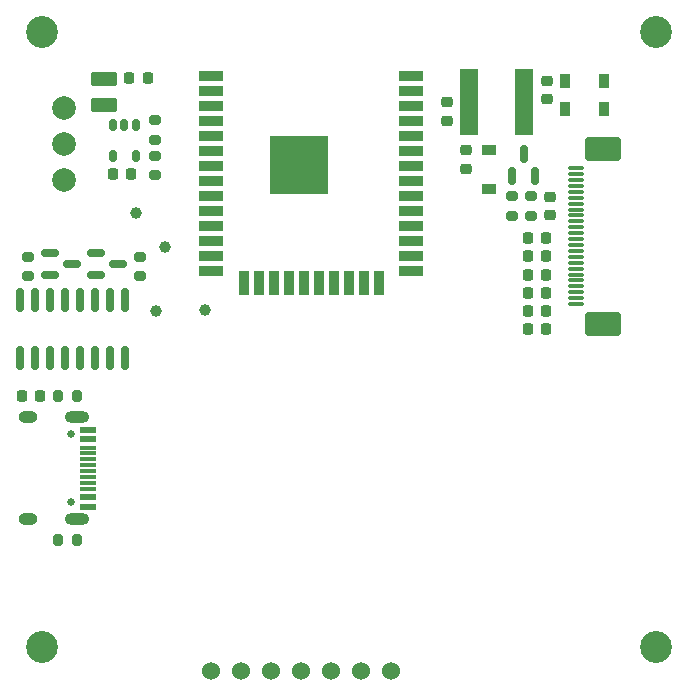
<source format=gts>
%TF.GenerationSoftware,KiCad,Pcbnew,6.0.6*%
%TF.CreationDate,2022-08-19T01:01:07+00:00*%
%TF.ProjectId,minico2,6d696e69-636f-4322-9e6b-696361645f70,rev?*%
%TF.SameCoordinates,Original*%
%TF.FileFunction,Soldermask,Top*%
%TF.FilePolarity,Negative*%
%FSLAX46Y46*%
G04 Gerber Fmt 4.6, Leading zero omitted, Abs format (unit mm)*
G04 Created by KiCad (PCBNEW 6.0.6) date 2022-08-19 01:01:07*
%MOMM*%
%LPD*%
G01*
G04 APERTURE LIST*
G04 Aperture macros list*
%AMRoundRect*
0 Rectangle with rounded corners*
0 $1 Rounding radius*
0 $2 $3 $4 $5 $6 $7 $8 $9 X,Y pos of 4 corners*
0 Add a 4 corners polygon primitive as box body*
4,1,4,$2,$3,$4,$5,$6,$7,$8,$9,$2,$3,0*
0 Add four circle primitives for the rounded corners*
1,1,$1+$1,$2,$3*
1,1,$1+$1,$4,$5*
1,1,$1+$1,$6,$7*
1,1,$1+$1,$8,$9*
0 Add four rect primitives between the rounded corners*
20,1,$1+$1,$2,$3,$4,$5,0*
20,1,$1+$1,$4,$5,$6,$7,0*
20,1,$1+$1,$6,$7,$8,$9,0*
20,1,$1+$1,$8,$9,$2,$3,0*%
G04 Aperture macros list end*
%ADD10RoundRect,0.150000X-0.587500X-0.150000X0.587500X-0.150000X0.587500X0.150000X-0.587500X0.150000X0*%
%ADD11C,1.000000*%
%ADD12RoundRect,0.225000X0.250000X-0.225000X0.250000X0.225000X-0.250000X0.225000X-0.250000X-0.225000X0*%
%ADD13RoundRect,0.150000X0.150000X-0.587500X0.150000X0.587500X-0.150000X0.587500X-0.150000X-0.587500X0*%
%ADD14RoundRect,0.200000X-0.275000X0.200000X-0.275000X-0.200000X0.275000X-0.200000X0.275000X0.200000X0*%
%ADD15C,2.700000*%
%ADD16C,2.000000*%
%ADD17R,2.000000X0.900000*%
%ADD18R,0.900000X2.000000*%
%ADD19R,5.000000X5.000000*%
%ADD20RoundRect,0.175000X-0.175000X0.325000X-0.175000X-0.325000X0.175000X-0.325000X0.175000X0.325000X0*%
%ADD21RoundRect,0.225000X0.225000X0.250000X-0.225000X0.250000X-0.225000X-0.250000X0.225000X-0.250000X0*%
%ADD22RoundRect,0.225000X-0.225000X-0.250000X0.225000X-0.250000X0.225000X0.250000X-0.225000X0.250000X0*%
%ADD23R,0.900000X1.200000*%
%ADD24RoundRect,0.250000X0.850000X-0.375000X0.850000X0.375000X-0.850000X0.375000X-0.850000X-0.375000X0*%
%ADD25R,1.200000X0.900000*%
%ADD26RoundRect,0.225000X-0.250000X0.225000X-0.250000X-0.225000X0.250000X-0.225000X0.250000X0.225000X0*%
%ADD27C,0.650000*%
%ADD28R,1.450000X0.600000*%
%ADD29R,1.450000X0.300000*%
%ADD30O,1.600000X1.000000*%
%ADD31O,2.100000X1.000000*%
%ADD32C,1.524000*%
%ADD33RoundRect,0.200000X0.275000X-0.200000X0.275000X0.200000X-0.275000X0.200000X-0.275000X-0.200000X0*%
%ADD34RoundRect,0.200000X-0.200000X-0.275000X0.200000X-0.275000X0.200000X0.275000X-0.200000X0.275000X0*%
%ADD35RoundRect,0.030000X0.620000X-0.120000X0.620000X0.120000X-0.620000X0.120000X-0.620000X-0.120000X0*%
%ADD36RoundRect,0.200000X1.300000X-0.800000X1.300000X0.800000X-1.300000X0.800000X-1.300000X-0.800000X0*%
%ADD37RoundRect,0.150000X0.150000X-0.825000X0.150000X0.825000X-0.150000X0.825000X-0.150000X-0.825000X0*%
%ADD38R,1.600000X5.700000*%
G04 APERTURE END LIST*
D10*
%TO.C,Q1*%
X133562500Y-97650000D03*
X133562500Y-99550000D03*
X135437500Y-98600000D03*
%TD*%
D11*
%TO.C,TP7*%
X138700000Y-102600000D03*
%TD*%
D12*
%TO.C,C8*%
X164900000Y-90525000D03*
X164900000Y-88975000D03*
%TD*%
D13*
%TO.C,Q3*%
X168850000Y-91137500D03*
X170750000Y-91137500D03*
X169800000Y-89262500D03*
%TD*%
D14*
%TO.C,R10*%
X170400000Y-92875000D03*
X170400000Y-94525000D03*
%TD*%
D15*
%TO.C,H2*%
X181000000Y-79000000D03*
%TD*%
D16*
%TO.C,TP1*%
X130900000Y-88450000D03*
%TD*%
D11*
%TO.C,TP6*%
X142850000Y-102500000D03*
%TD*%
D14*
%TO.C,R9*%
X168850000Y-92875000D03*
X168850000Y-94525000D03*
%TD*%
D15*
%TO.C,H4*%
X181000000Y-131000000D03*
%TD*%
D17*
%TO.C,U1*%
X143300000Y-82695000D03*
X143300000Y-83965000D03*
X143300000Y-85235000D03*
X143300000Y-86505000D03*
X143300000Y-87775000D03*
X143300000Y-89045000D03*
X143300000Y-90315000D03*
X143300000Y-91585000D03*
X143300000Y-92855000D03*
X143300000Y-94125000D03*
X143300000Y-95395000D03*
X143300000Y-96665000D03*
X143300000Y-97935000D03*
X143300000Y-99205000D03*
D18*
X146085000Y-100205000D03*
X147355000Y-100205000D03*
X148625000Y-100205000D03*
X149895000Y-100205000D03*
X151165000Y-100205000D03*
X152435000Y-100205000D03*
X153705000Y-100205000D03*
X154975000Y-100205000D03*
X156245000Y-100205000D03*
X157515000Y-100205000D03*
D17*
X160300000Y-99205000D03*
X160300000Y-97935000D03*
X160300000Y-96665000D03*
X160300000Y-95395000D03*
X160300000Y-94125000D03*
X160300000Y-92855000D03*
X160300000Y-91585000D03*
X160300000Y-90315000D03*
X160300000Y-89045000D03*
X160300000Y-87775000D03*
X160300000Y-86505000D03*
X160300000Y-85235000D03*
X160300000Y-83965000D03*
X160300000Y-82695000D03*
D19*
X150800000Y-90195000D03*
%TD*%
D20*
%TO.C,U3*%
X136950000Y-86850000D03*
X136000000Y-86850000D03*
X135000000Y-86850000D03*
X135050000Y-89450000D03*
X136950000Y-89450000D03*
%TD*%
D21*
%TO.C,C12*%
X171725000Y-99500000D03*
X170175000Y-99500000D03*
%TD*%
D14*
%TO.C,R4*%
X138600000Y-89450000D03*
X138600000Y-91100000D03*
%TD*%
D11*
%TO.C,TP5*%
X137000000Y-94300000D03*
%TD*%
D22*
%TO.C,C1*%
X127325000Y-109800000D03*
X128875000Y-109800000D03*
%TD*%
D23*
%TO.C,D1*%
X173300000Y-85500000D03*
X176600000Y-85500000D03*
%TD*%
D24*
%TO.C,L1*%
X134300000Y-85125000D03*
X134300000Y-82975000D03*
%TD*%
D21*
%TO.C,C15*%
X171725000Y-104150000D03*
X170175000Y-104150000D03*
%TD*%
D25*
%TO.C,D3*%
X166850000Y-92250000D03*
X166850000Y-88950000D03*
%TD*%
D26*
%TO.C,C10*%
X172000000Y-92925000D03*
X172000000Y-94475000D03*
%TD*%
%TO.C,C6*%
X163300000Y-84925000D03*
X163300000Y-86475000D03*
%TD*%
D21*
%TO.C,C13*%
X171725000Y-101050000D03*
X170175000Y-101050000D03*
%TD*%
D23*
%TO.C,D2*%
X176600000Y-83150000D03*
X173300000Y-83150000D03*
%TD*%
D26*
%TO.C,C7*%
X171800000Y-83125000D03*
X171800000Y-84675000D03*
%TD*%
D10*
%TO.C,Q2*%
X129662500Y-97650000D03*
X129662500Y-99550000D03*
X131537500Y-98600000D03*
%TD*%
D27*
%TO.C,J1*%
X131490000Y-118790000D03*
X131490000Y-113010000D03*
D28*
X132935000Y-112650000D03*
X132935000Y-113450000D03*
D29*
X132935000Y-114650000D03*
X132935000Y-115650000D03*
X132935000Y-116150000D03*
X132935000Y-117150000D03*
D28*
X132935000Y-118350000D03*
X132935000Y-119150000D03*
X132935000Y-119150000D03*
X132935000Y-118350000D03*
D29*
X132935000Y-117650000D03*
X132935000Y-116650000D03*
X132935000Y-115150000D03*
X132935000Y-114150000D03*
D28*
X132935000Y-113450000D03*
X132935000Y-112650000D03*
D30*
X127840000Y-111580000D03*
D31*
X132020000Y-111580000D03*
X132020000Y-120220000D03*
D30*
X127840000Y-120220000D03*
%TD*%
D32*
%TO.C,U5*%
X143300000Y-133100000D03*
X145840000Y-133100000D03*
X148380000Y-133100000D03*
X150920000Y-133100000D03*
X153460000Y-133100000D03*
X156000000Y-133100000D03*
X158540000Y-133100000D03*
%TD*%
D33*
%TO.C,R6*%
X137300000Y-97975000D03*
X137300000Y-99625000D03*
%TD*%
D15*
%TO.C,H1*%
X129000000Y-79000000D03*
%TD*%
D16*
%TO.C,TP2*%
X130900000Y-91500000D03*
%TD*%
D14*
%TO.C,R3*%
X138600000Y-86425000D03*
X138600000Y-88075000D03*
%TD*%
D21*
%TO.C,C14*%
X171725000Y-102600000D03*
X170175000Y-102600000D03*
%TD*%
D22*
%TO.C,C4*%
X136425000Y-82850000D03*
X137975000Y-82850000D03*
%TD*%
D16*
%TO.C,TP3*%
X130900000Y-85400000D03*
%TD*%
D34*
%TO.C,R2*%
X130375000Y-109800000D03*
X132025000Y-109800000D03*
%TD*%
D35*
%TO.C,J2*%
X174205000Y-90500000D03*
X174205000Y-91000000D03*
X174205000Y-91500000D03*
X174205000Y-92000000D03*
X174205000Y-92500000D03*
X174205000Y-93000000D03*
X174205000Y-93500000D03*
X174205000Y-94000000D03*
X174205000Y-94500000D03*
X174205000Y-95000000D03*
X174205000Y-95500000D03*
X174205000Y-96000000D03*
X174205000Y-96500000D03*
X174205000Y-97000000D03*
X174205000Y-97500000D03*
X174205000Y-98000000D03*
X174205000Y-98500000D03*
X174205000Y-99000000D03*
X174205000Y-99500000D03*
X174205000Y-100000000D03*
X174205000Y-100500000D03*
X174205000Y-101000000D03*
X174205000Y-101500000D03*
X174205000Y-102000000D03*
D36*
X176555000Y-103650000D03*
X176555000Y-88850000D03*
%TD*%
D22*
%TO.C,C2*%
X135025000Y-90950000D03*
X136575000Y-90950000D03*
%TD*%
D15*
%TO.C,H3*%
X129000000Y-131000000D03*
%TD*%
D33*
%TO.C,R5*%
X127800000Y-99625000D03*
X127800000Y-97975000D03*
%TD*%
D34*
%TO.C,R1*%
X130375000Y-122000000D03*
X132025000Y-122000000D03*
%TD*%
D11*
%TO.C,TP4*%
X139400000Y-97200000D03*
%TD*%
D21*
%TO.C,C9*%
X171725000Y-96400000D03*
X170175000Y-96400000D03*
%TD*%
%TO.C,C11*%
X171725000Y-97950000D03*
X170175000Y-97950000D03*
%TD*%
D37*
%TO.C,U2*%
X127155000Y-106575000D03*
X128425000Y-106575000D03*
X129695000Y-106575000D03*
X130965000Y-106575000D03*
X132235000Y-106575000D03*
X133505000Y-106575000D03*
X134775000Y-106575000D03*
X136045000Y-106575000D03*
X136045000Y-101625000D03*
X134775000Y-101625000D03*
X133505000Y-101625000D03*
X132235000Y-101625000D03*
X130965000Y-101625000D03*
X129695000Y-101625000D03*
X128425000Y-101625000D03*
X127155000Y-101625000D03*
%TD*%
D38*
%TO.C,L2*%
X165150000Y-84900000D03*
X169850000Y-84900000D03*
%TD*%
M02*

</source>
